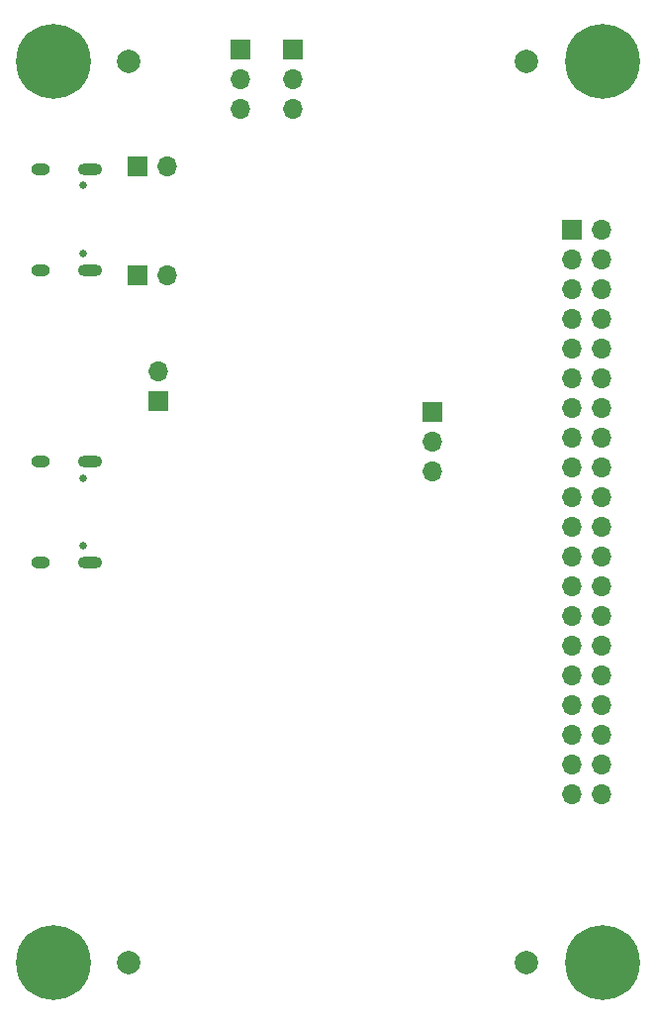
<source format=gbs>
%TF.GenerationSoftware,KiCad,Pcbnew,6.0.2+dfsg-1*%
%TF.CreationDate,2025-09-20T13:55:39+02:00*%
%TF.ProjectId,Alchemy,416c6368-656d-4792-9e6b-696361645f70,rev?*%
%TF.SameCoordinates,Original*%
%TF.FileFunction,Soldermask,Bot*%
%TF.FilePolarity,Negative*%
%FSLAX46Y46*%
G04 Gerber Fmt 4.6, Leading zero omitted, Abs format (unit mm)*
G04 Created by KiCad (PCBNEW 6.0.2+dfsg-1) date 2025-09-20 13:55:39*
%MOMM*%
%LPD*%
G01*
G04 APERTURE LIST*
%ADD10C,0.650000*%
%ADD11O,2.100000X1.000000*%
%ADD12O,1.600000X1.000000*%
%ADD13C,2.000000*%
%ADD14R,1.700000X1.700000*%
%ADD15O,1.700000X1.700000*%
%ADD16C,6.400000*%
G04 APERTURE END LIST*
D10*
%TO.C,J3*%
X128600000Y-69610000D03*
X128600000Y-75390000D03*
D11*
X129130000Y-76820000D03*
X129130000Y-68180000D03*
D12*
X124950000Y-68180000D03*
X124950000Y-76820000D03*
%TD*%
D13*
%TO.C,TP3*%
X132500000Y-136000000D03*
%TD*%
D14*
%TO.C,J6*%
X133210000Y-68000000D03*
D15*
X135750000Y-68000000D03*
%TD*%
D16*
%TO.C,H3*%
X126000000Y-136000000D03*
%TD*%
D14*
%TO.C,J1*%
X170420000Y-73370000D03*
D15*
X172960000Y-73370000D03*
X170420000Y-75910000D03*
X172960000Y-75910000D03*
X170420000Y-78450000D03*
X172960000Y-78450000D03*
X170420000Y-80990000D03*
X172960000Y-80990000D03*
X170420000Y-83530000D03*
X172960000Y-83530000D03*
X170420000Y-86070000D03*
X172960000Y-86070000D03*
X170420000Y-88610000D03*
X172960000Y-88610000D03*
X170420000Y-91150000D03*
X172960000Y-91150000D03*
X170420000Y-93690000D03*
X172960000Y-93690000D03*
X170420000Y-96230000D03*
X172960000Y-96230000D03*
X170420000Y-98770000D03*
X172960000Y-98770000D03*
X170420000Y-101310000D03*
X172960000Y-101310000D03*
X170420000Y-103850000D03*
X172960000Y-103850000D03*
X170420000Y-106390000D03*
X172960000Y-106390000D03*
X170420000Y-108930000D03*
X172960000Y-108930000D03*
X170420000Y-111470000D03*
X172960000Y-111470000D03*
X170420000Y-114010000D03*
X172960000Y-114010000D03*
X170420000Y-116550000D03*
X172960000Y-116550000D03*
X170420000Y-119090000D03*
X172960000Y-119090000D03*
X170420000Y-121630000D03*
X172960000Y-121630000D03*
%TD*%
D13*
%TO.C,TP4*%
X166500000Y-136000000D03*
%TD*%
D14*
%TO.C,J8*%
X135000000Y-88025000D03*
D15*
X135000000Y-85485000D03*
%TD*%
D14*
%TO.C,J7*%
X133225000Y-77250000D03*
D15*
X135765000Y-77250000D03*
%TD*%
D14*
%TO.C,J5*%
X142000000Y-57975000D03*
D15*
X142000000Y-60515000D03*
X142000000Y-63055000D03*
%TD*%
D14*
%TO.C,J4*%
X146500000Y-57960000D03*
D15*
X146500000Y-60500000D03*
X146500000Y-63040000D03*
%TD*%
D13*
%TO.C,TP1*%
X132500000Y-59000000D03*
%TD*%
D10*
%TO.C,J2*%
X128600000Y-100390000D03*
X128600000Y-94610000D03*
D11*
X129130000Y-93180000D03*
D12*
X124950000Y-101820000D03*
D11*
X129130000Y-101820000D03*
D12*
X124950000Y-93180000D03*
%TD*%
D16*
%TO.C,H2*%
X173000000Y-59000000D03*
%TD*%
%TO.C,H4*%
X173000000Y-136000000D03*
%TD*%
%TO.C,H1*%
X126000000Y-59000000D03*
%TD*%
D14*
%TO.C,J9*%
X158500000Y-88960000D03*
D15*
X158500000Y-91500000D03*
X158500000Y-94040000D03*
%TD*%
D13*
%TO.C,TP2*%
X166500000Y-59000000D03*
%TD*%
M02*

</source>
